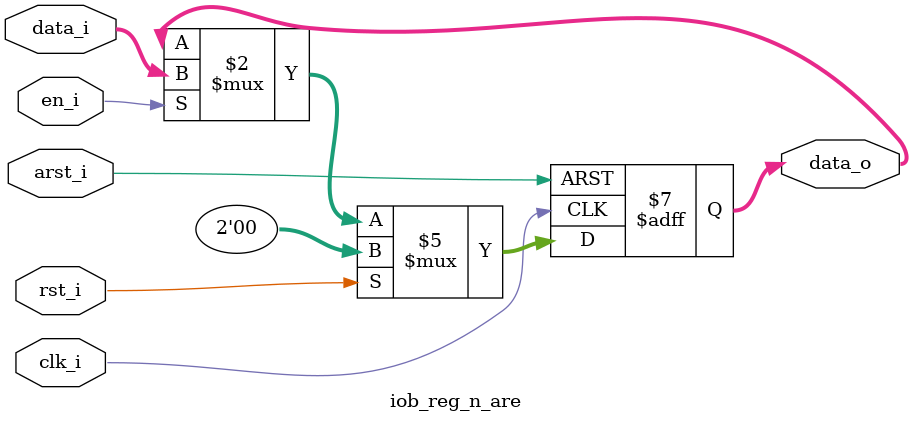
<source format=v>
`timescale 1ns / 1ps

module iob_reg_n_are
  #(
    parameter DATA_W = 0,
    parameter RST_VAL = 0
    )
   (
    input                   clk_i,
    input                   arst_i,
    input                   rst_i,
    input                   en_i,
    input [DATA_W-1:0]      data_i,
    output reg [DATA_W-1:0] data_o
    );

   // prevent width mismatch
   localparam [DATA_W-1:0] RST_VAL_INT = RST_VAL;
   
   always @(negedge clk_i, posedge arst_i) begin
      if (arst_i) begin
         data_o <= RST_VAL_INT;
      end else if (rst_i) begin
         data_o <= RST_VAL_INT;
      end else if (en_i) begin
         data_o <= data_i;
      end
   end

endmodule

</source>
